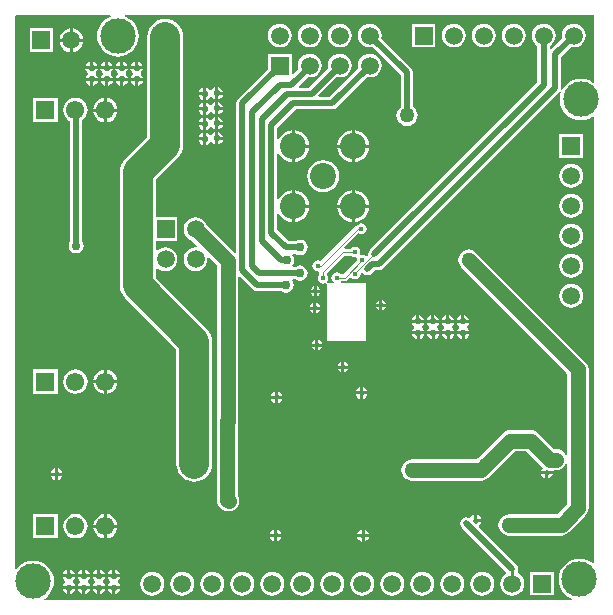
<source format=gbl>
G04*
G04 #@! TF.GenerationSoftware,Altium Limited,Altium Designer,18.0.11 (651)*
G04*
G04 Layer_Physical_Order=2*
G04 Layer_Color=16711680*
%FSLAX25Y25*%
%MOIN*%
G70*
G01*
G75*
%ADD13C,0.01000*%
%ADD51C,0.03000*%
%ADD56C,0.02000*%
%ADD57C,0.10000*%
%ADD58C,0.00300*%
%ADD59C,0.05000*%
%ADD60R,0.05906X0.05906*%
%ADD61C,0.05906*%
%ADD62C,0.08661*%
%ADD63R,0.05906X0.05906*%
%ADD64C,0.06102*%
%ADD65R,0.06102X0.06102*%
%ADD66C,0.11811*%
%ADD67C,0.05000*%
%ADD68C,0.02000*%
%ADD69C,0.01500*%
%ADD70C,0.02200*%
%ADD71C,0.07000*%
G36*
X196340Y-2600D02*
Y-24902D01*
X195888Y-25116D01*
X195735Y-24991D01*
X194535Y-24349D01*
X193234Y-23954D01*
X191880Y-23821D01*
X190526Y-23954D01*
X189225Y-24349D01*
X188025Y-24991D01*
X186973Y-25853D01*
X186110Y-26905D01*
X185801Y-27484D01*
X185325Y-27314D01*
X185409Y-26890D01*
Y-16451D01*
X188553Y-13307D01*
X189528Y-13436D01*
X190559Y-13300D01*
X191521Y-12901D01*
X192347Y-12268D01*
X192980Y-11442D01*
X193379Y-10481D01*
X193514Y-9449D01*
X193379Y-8417D01*
X192980Y-7455D01*
X192347Y-6630D01*
X191521Y-5996D01*
X190559Y-5598D01*
X189528Y-5462D01*
X188496Y-5598D01*
X187534Y-5996D01*
X186708Y-6630D01*
X186075Y-7455D01*
X185677Y-8417D01*
X185541Y-9449D01*
X185669Y-10424D01*
X182067Y-14026D01*
X181567Y-13830D01*
Y-12866D01*
X182347Y-12268D01*
X182980Y-11442D01*
X183379Y-10481D01*
X183514Y-9449D01*
X183379Y-8417D01*
X182980Y-7455D01*
X182347Y-6630D01*
X181521Y-5996D01*
X180559Y-5598D01*
X179528Y-5462D01*
X178496Y-5598D01*
X177534Y-5996D01*
X176708Y-6630D01*
X176075Y-7455D01*
X175677Y-8417D01*
X175541Y-9449D01*
X175677Y-10481D01*
X176075Y-11442D01*
X176708Y-12268D01*
X177488Y-12866D01*
Y-25038D01*
X121809Y-80717D01*
X121628Y-80838D01*
X121186Y-81500D01*
X121031Y-82280D01*
X121104Y-82648D01*
X120707Y-83044D01*
X120342Y-83008D01*
X119763Y-82622D01*
X119080Y-82486D01*
X118690Y-82563D01*
X118607Y-82514D01*
X118305Y-82130D01*
X118404Y-81630D01*
X118269Y-80947D01*
X117882Y-80368D01*
X117303Y-79981D01*
X116620Y-79846D01*
X115937Y-79981D01*
X115358Y-80368D01*
X115299Y-80458D01*
X113334D01*
X113143Y-79996D01*
X117833Y-75305D01*
X118077Y-75468D01*
X118760Y-75604D01*
X119443Y-75468D01*
X120022Y-75082D01*
X120408Y-74503D01*
X120544Y-73820D01*
X120408Y-73137D01*
X120022Y-72558D01*
X119443Y-72171D01*
X118760Y-72036D01*
X118077Y-72171D01*
X117498Y-72558D01*
X117405Y-72698D01*
X117211Y-72737D01*
X116831Y-72991D01*
X105129Y-84693D01*
X104843Y-84501D01*
X104160Y-84366D01*
X103477Y-84501D01*
X102898Y-84888D01*
X102512Y-85467D01*
X102376Y-86150D01*
X102512Y-86833D01*
X102898Y-87412D01*
X103477Y-87799D01*
X104160Y-87934D01*
X104392Y-87888D01*
X104817Y-88310D01*
Y-89059D01*
X104728Y-89118D01*
X104341Y-89697D01*
X104206Y-90380D01*
X104341Y-91063D01*
X104728Y-91642D01*
X105307Y-92028D01*
X105990Y-92164D01*
X106673Y-92028D01*
X106775Y-91961D01*
X107250Y-92244D01*
X107240Y-110802D01*
X107240Y-111090D01*
X107390Y-111240D01*
X107678Y-111240D01*
X120280D01*
Y-92051D01*
X120249Y-92020D01*
X112207D01*
X111972Y-91520D01*
X112135Y-91322D01*
X113200D01*
X113649Y-91233D01*
X114029Y-90979D01*
X114929Y-90080D01*
X115426Y-90129D01*
X115448Y-90162D01*
X116027Y-90548D01*
X116710Y-90684D01*
X117393Y-90548D01*
X117972Y-90162D01*
X118359Y-89583D01*
X118494Y-88900D01*
X118652Y-88762D01*
X119168Y-88672D01*
X119830Y-89114D01*
X120610Y-89269D01*
X120790D01*
X121570Y-89114D01*
X122232Y-88672D01*
X123165Y-87739D01*
X124560D01*
X125340Y-87584D01*
X126002Y-87142D01*
X184812Y-28332D01*
X184933Y-28151D01*
X185389Y-28367D01*
X185074Y-29406D01*
X184941Y-30760D01*
X185074Y-32114D01*
X185469Y-33415D01*
X186110Y-34615D01*
X186973Y-35667D01*
X188025Y-36529D01*
X189225Y-37171D01*
X190526Y-37566D01*
X191880Y-37699D01*
X193234Y-37566D01*
X194535Y-37171D01*
X195735Y-36529D01*
X195888Y-36404D01*
X196340Y-36618D01*
Y-185221D01*
X195888Y-185434D01*
X195335Y-184980D01*
X194135Y-184339D01*
X192834Y-183944D01*
X191480Y-183811D01*
X190126Y-183944D01*
X188825Y-184339D01*
X187625Y-184980D01*
X186573Y-185843D01*
X185711Y-186895D01*
X185069Y-188095D01*
X184674Y-189396D01*
X184541Y-190750D01*
X184674Y-192104D01*
X185069Y-193405D01*
X185711Y-194605D01*
X186573Y-195657D01*
X187625Y-196519D01*
X188825Y-197161D01*
X189053Y-197230D01*
X188979Y-197730D01*
X13243D01*
X13121Y-197245D01*
X13225Y-197189D01*
X14277Y-196327D01*
X15139Y-195275D01*
X15781Y-194075D01*
X16176Y-192774D01*
X16309Y-191420D01*
X16176Y-190066D01*
X15781Y-188765D01*
X15139Y-187565D01*
X14277Y-186513D01*
X13225Y-185651D01*
X12025Y-185009D01*
X10724Y-184614D01*
X9370Y-184481D01*
X8016Y-184614D01*
X6715Y-185009D01*
X5515Y-185651D01*
X4463Y-186513D01*
X3815Y-187304D01*
X3315Y-187125D01*
X3190Y-2944D01*
X3544Y-2590D01*
X35142D01*
X35216Y-3090D01*
X34955Y-3169D01*
X33755Y-3810D01*
X32703Y-4673D01*
X31841Y-5725D01*
X31199Y-6925D01*
X30804Y-8226D01*
X30671Y-9580D01*
X30804Y-10934D01*
X31199Y-12235D01*
X31841Y-13435D01*
X32703Y-14487D01*
X33755Y-15349D01*
X34955Y-15991D01*
X36256Y-16386D01*
X37610Y-16519D01*
X38964Y-16386D01*
X40265Y-15991D01*
X41465Y-15349D01*
X42517Y-14487D01*
X43380Y-13435D01*
X44021Y-12235D01*
X44416Y-10934D01*
X44549Y-9580D01*
X44416Y-8226D01*
X44021Y-6925D01*
X43380Y-5725D01*
X42517Y-4673D01*
X41465Y-3810D01*
X40265Y-3169D01*
X40004Y-3090D01*
X40078Y-2590D01*
X196336D01*
X196340Y-2600D01*
D02*
G37*
G36*
X115358Y-82892D02*
X115937Y-83279D01*
X116620Y-83414D01*
X117010Y-83337D01*
X117093Y-83386D01*
X117395Y-83770D01*
X117296Y-84270D01*
X117317Y-84375D01*
X112714Y-88977D01*
X111921D01*
X111862Y-88888D01*
X111283Y-88502D01*
X110600Y-88366D01*
X109917Y-88502D01*
X109338Y-88888D01*
X108951Y-89467D01*
X108816Y-90150D01*
X108951Y-90833D01*
X109338Y-91412D01*
X109500Y-91520D01*
X109349Y-92020D01*
X107554D01*
X107485Y-91933D01*
X107333Y-91520D01*
X107639Y-91063D01*
X107774Y-90380D01*
X107639Y-89697D01*
X107252Y-89118D01*
X107336Y-88622D01*
X113156Y-82802D01*
X115299D01*
X115358Y-82892D01*
D02*
G37*
%LPC*%
G36*
X22626Y-7103D02*
Y-10524D01*
X26047D01*
X25977Y-9992D01*
X25579Y-9030D01*
X24945Y-8204D01*
X24119Y-7571D01*
X23158Y-7173D01*
X22626Y-7103D01*
D02*
G37*
G36*
X21626D02*
X21094Y-7173D01*
X20133Y-7571D01*
X19307Y-8204D01*
X18673Y-9030D01*
X18275Y-9992D01*
X18205Y-10524D01*
X21626D01*
Y-7103D01*
D02*
G37*
G36*
X143480Y-5496D02*
X135575D01*
Y-13402D01*
X143480D01*
Y-5496D01*
D02*
G37*
G36*
X169528Y-5462D02*
X168496Y-5598D01*
X167534Y-5996D01*
X166708Y-6630D01*
X166075Y-7455D01*
X165676Y-8417D01*
X165541Y-9449D01*
X165676Y-10481D01*
X166075Y-11442D01*
X166708Y-12268D01*
X167534Y-12901D01*
X168496Y-13300D01*
X169528Y-13436D01*
X170559Y-13300D01*
X171521Y-12901D01*
X172347Y-12268D01*
X172980Y-11442D01*
X173379Y-10481D01*
X173514Y-9449D01*
X173379Y-8417D01*
X172980Y-7455D01*
X172347Y-6630D01*
X171521Y-5996D01*
X170559Y-5598D01*
X169528Y-5462D01*
D02*
G37*
G36*
X159528D02*
X158496Y-5598D01*
X157534Y-5996D01*
X156708Y-6630D01*
X156075Y-7455D01*
X155676Y-8417D01*
X155541Y-9449D01*
X155676Y-10481D01*
X156075Y-11442D01*
X156708Y-12268D01*
X157534Y-12901D01*
X158496Y-13300D01*
X159528Y-13436D01*
X160559Y-13300D01*
X161521Y-12901D01*
X162347Y-12268D01*
X162980Y-11442D01*
X163379Y-10481D01*
X163514Y-9449D01*
X163379Y-8417D01*
X162980Y-7455D01*
X162347Y-6630D01*
X161521Y-5996D01*
X160559Y-5598D01*
X159528Y-5462D01*
D02*
G37*
G36*
X149528D02*
X148496Y-5598D01*
X147534Y-5996D01*
X146708Y-6630D01*
X146075Y-7455D01*
X145677Y-8417D01*
X145541Y-9449D01*
X145677Y-10481D01*
X146075Y-11442D01*
X146708Y-12268D01*
X147534Y-12901D01*
X148496Y-13300D01*
X149528Y-13436D01*
X150559Y-13300D01*
X151521Y-12901D01*
X152347Y-12268D01*
X152980Y-11442D01*
X153379Y-10481D01*
X153514Y-9449D01*
X153379Y-8417D01*
X152980Y-7455D01*
X152347Y-6630D01*
X151521Y-5996D01*
X150559Y-5598D01*
X149528Y-5462D01*
D02*
G37*
G36*
X111575D02*
X110543Y-5598D01*
X109581Y-5996D01*
X108756Y-6630D01*
X108122Y-7455D01*
X107724Y-8417D01*
X107588Y-9449D01*
X107724Y-10481D01*
X108122Y-11442D01*
X108756Y-12268D01*
X109581Y-12901D01*
X110543Y-13300D01*
X111575Y-13436D01*
X112607Y-13300D01*
X113568Y-12901D01*
X114394Y-12268D01*
X115027Y-11442D01*
X115426Y-10481D01*
X115562Y-9449D01*
X115426Y-8417D01*
X115027Y-7455D01*
X114394Y-6630D01*
X113568Y-5996D01*
X112607Y-5598D01*
X111575Y-5462D01*
D02*
G37*
G36*
X101575D02*
X100543Y-5598D01*
X99581Y-5996D01*
X98756Y-6630D01*
X98122Y-7455D01*
X97724Y-8417D01*
X97588Y-9449D01*
X97724Y-10481D01*
X98122Y-11442D01*
X98756Y-12268D01*
X99581Y-12901D01*
X100543Y-13300D01*
X101575Y-13436D01*
X102607Y-13300D01*
X103568Y-12901D01*
X104394Y-12268D01*
X105027Y-11442D01*
X105426Y-10481D01*
X105562Y-9449D01*
X105426Y-8417D01*
X105027Y-7455D01*
X104394Y-6630D01*
X103568Y-5996D01*
X102607Y-5598D01*
X101575Y-5462D01*
D02*
G37*
G36*
X91575D02*
X90543Y-5598D01*
X89581Y-5996D01*
X88756Y-6630D01*
X88122Y-7455D01*
X87724Y-8417D01*
X87588Y-9449D01*
X87724Y-10481D01*
X88122Y-11442D01*
X88756Y-12268D01*
X89581Y-12901D01*
X90543Y-13300D01*
X91575Y-13436D01*
X92607Y-13300D01*
X93568Y-12901D01*
X94394Y-12268D01*
X95028Y-11442D01*
X95426Y-10481D01*
X95562Y-9449D01*
X95426Y-8417D01*
X95028Y-7455D01*
X94394Y-6630D01*
X93568Y-5996D01*
X92607Y-5598D01*
X91575Y-5462D01*
D02*
G37*
G36*
X26047Y-11524D02*
X22626D01*
Y-14945D01*
X23158Y-14875D01*
X24119Y-14476D01*
X24945Y-13843D01*
X25579Y-13017D01*
X25977Y-12055D01*
X26047Y-11524D01*
D02*
G37*
G36*
X21626D02*
X18205D01*
X18275Y-12055D01*
X18673Y-13017D01*
X19307Y-13843D01*
X20133Y-14476D01*
X21094Y-14875D01*
X21626Y-14945D01*
Y-11524D01*
D02*
G37*
G36*
X16079Y-7071D02*
X8173D01*
Y-14976D01*
X16079D01*
Y-7071D01*
D02*
G37*
G36*
X44340Y-18118D02*
Y-19660D01*
X45882D01*
X45818Y-19341D01*
X45354Y-18646D01*
X44659Y-18182D01*
X44340Y-18118D01*
D02*
G37*
G36*
X43340D02*
X43021Y-18182D01*
X42326Y-18646D01*
X41862Y-19341D01*
X41798Y-19660D01*
X43340D01*
Y-18118D01*
D02*
G37*
G36*
X39340D02*
Y-19660D01*
X40882D01*
X40818Y-19341D01*
X40354Y-18646D01*
X39659Y-18182D01*
X39340Y-18118D01*
D02*
G37*
G36*
X38340D02*
X38021Y-18182D01*
X37326Y-18646D01*
X36862Y-19341D01*
X36798Y-19660D01*
X38340D01*
Y-18118D01*
D02*
G37*
G36*
X34340D02*
Y-19660D01*
X35882D01*
X35818Y-19341D01*
X35354Y-18646D01*
X34659Y-18182D01*
X34340Y-18118D01*
D02*
G37*
G36*
X33340D02*
X33021Y-18182D01*
X32326Y-18646D01*
X31862Y-19341D01*
X31798Y-19660D01*
X33340D01*
Y-18118D01*
D02*
G37*
G36*
X29340D02*
Y-19660D01*
X30882D01*
X30818Y-19341D01*
X30354Y-18646D01*
X29659Y-18182D01*
X29340Y-18118D01*
D02*
G37*
G36*
X28340D02*
X28021Y-18182D01*
X27326Y-18646D01*
X26862Y-19341D01*
X26798Y-19660D01*
X28340D01*
Y-18118D01*
D02*
G37*
G36*
X121575Y-15462D02*
X120543Y-15598D01*
X119581Y-15996D01*
X118756Y-16630D01*
X118122Y-17455D01*
X117724Y-18417D01*
X117588Y-19449D01*
X117716Y-20424D01*
X108249Y-29891D01*
X104670D01*
X104479Y-29429D01*
X110600Y-23307D01*
X111575Y-23436D01*
X112607Y-23300D01*
X113568Y-22901D01*
X114394Y-22268D01*
X115027Y-21442D01*
X115426Y-20481D01*
X115562Y-19449D01*
X115426Y-18417D01*
X115027Y-17455D01*
X114394Y-16630D01*
X113568Y-15996D01*
X112607Y-15598D01*
X111575Y-15462D01*
X110543Y-15598D01*
X109581Y-15996D01*
X108756Y-16630D01*
X108122Y-17455D01*
X107724Y-18417D01*
X107588Y-19449D01*
X107716Y-20424D01*
X101339Y-26801D01*
X98116D01*
X97925Y-26339D01*
X100915Y-23349D01*
X101575Y-23436D01*
X102607Y-23300D01*
X103568Y-22901D01*
X104394Y-22268D01*
X105027Y-21442D01*
X105426Y-20481D01*
X105562Y-19449D01*
X105426Y-18417D01*
X105027Y-17455D01*
X104394Y-16630D01*
X103568Y-15996D01*
X102607Y-15598D01*
X101575Y-15462D01*
X100543Y-15598D01*
X99581Y-15996D01*
X98756Y-16630D01*
X98122Y-17455D01*
X97724Y-18417D01*
X97588Y-19449D01*
X97724Y-20481D01*
X97809Y-20687D01*
X95990Y-22507D01*
X95527Y-22315D01*
Y-15496D01*
X87622D01*
Y-20518D01*
X77608Y-30532D01*
X77166Y-31193D01*
X77011Y-31974D01*
Y-81841D01*
X76511Y-82048D01*
X67264Y-72801D01*
X66943Y-72027D01*
X66309Y-71201D01*
X65483Y-70567D01*
X64522Y-70169D01*
X63490Y-70033D01*
X62458Y-70169D01*
X61497Y-70567D01*
X60671Y-71201D01*
X60037Y-72027D01*
X59639Y-72988D01*
X59503Y-74020D01*
X59639Y-75052D01*
X60037Y-76013D01*
X60671Y-76839D01*
X61497Y-77473D01*
X62271Y-77794D01*
X64085Y-79607D01*
X63851Y-80081D01*
X63490Y-80033D01*
X62458Y-80169D01*
X61497Y-80567D01*
X60671Y-81201D01*
X60037Y-82027D01*
X59639Y-82988D01*
X59503Y-84020D01*
X59639Y-85052D01*
X60037Y-86013D01*
X60671Y-86839D01*
X61497Y-87473D01*
X62458Y-87871D01*
X63490Y-88007D01*
X64522Y-87871D01*
X65483Y-87473D01*
X66309Y-86839D01*
X66943Y-86013D01*
X67341Y-85052D01*
X67477Y-84020D01*
X67429Y-83659D01*
X67903Y-83425D01*
X70660Y-86182D01*
Y-137428D01*
X70590Y-137960D01*
Y-164140D01*
X70710Y-165054D01*
X71063Y-165905D01*
X71624Y-166636D01*
X72054Y-167066D01*
X72785Y-167627D01*
X73636Y-167980D01*
X74550Y-168100D01*
X75464Y-167980D01*
X76315Y-167627D01*
X77046Y-167066D01*
X77607Y-166335D01*
X77960Y-165484D01*
X78080Y-164570D01*
X77960Y-163656D01*
X77650Y-162909D01*
Y-138422D01*
X77720Y-137890D01*
Y-89927D01*
X78182Y-89736D01*
X82568Y-94122D01*
X83230Y-94564D01*
X84010Y-94719D01*
X84261Y-94669D01*
X92252D01*
X92725Y-94985D01*
X93700Y-95179D01*
X94675Y-94985D01*
X95502Y-94432D01*
X96055Y-93605D01*
X96249Y-92630D01*
X96055Y-91654D01*
X95651Y-91049D01*
X95917Y-90549D01*
X96747D01*
X97355Y-90955D01*
X98330Y-91149D01*
X99305Y-90955D01*
X100132Y-90402D01*
X100685Y-89575D01*
X100879Y-88600D01*
X100685Y-87625D01*
X100132Y-86798D01*
X99305Y-86245D01*
X98330Y-86051D01*
X97355Y-86245D01*
X97017Y-86471D01*
X96027D01*
X95777Y-85971D01*
X96195Y-85345D01*
X96389Y-84370D01*
X96195Y-83394D01*
X95697Y-82649D01*
X95848Y-82149D01*
X96912D01*
X97385Y-82465D01*
X98360Y-82659D01*
X99335Y-82465D01*
X100162Y-81912D01*
X100715Y-81085D01*
X100909Y-80110D01*
X100715Y-79135D01*
X100162Y-78308D01*
X99335Y-77755D01*
X98360Y-77561D01*
X97385Y-77755D01*
X96912Y-78071D01*
X94525D01*
X90819Y-74365D01*
Y-68900D01*
X91319Y-68801D01*
X91413Y-69028D01*
X92268Y-70142D01*
X93381Y-70996D01*
X94678Y-71533D01*
X95570Y-71651D01*
Y-66340D01*
Y-61029D01*
X94678Y-61146D01*
X93381Y-61683D01*
X92268Y-62538D01*
X91413Y-63651D01*
X91319Y-63879D01*
X90819Y-63779D01*
Y-48900D01*
X91319Y-48801D01*
X91413Y-49028D01*
X92268Y-50142D01*
X93381Y-50996D01*
X94678Y-51533D01*
X95570Y-51651D01*
Y-46340D01*
Y-41029D01*
X94678Y-41146D01*
X93381Y-41683D01*
X92268Y-42538D01*
X91413Y-43651D01*
X91319Y-43879D01*
X90819Y-43779D01*
Y-40115D01*
X96965Y-33969D01*
X109094D01*
X109874Y-33814D01*
X110536Y-33372D01*
X120600Y-23307D01*
X121575Y-23436D01*
X122607Y-23300D01*
X123568Y-22901D01*
X124394Y-22268D01*
X125028Y-21442D01*
X125426Y-20481D01*
X125562Y-19449D01*
X125426Y-18417D01*
X125028Y-17455D01*
X124394Y-16630D01*
X123568Y-15996D01*
X122607Y-15598D01*
X121575Y-15462D01*
D02*
G37*
G36*
X45882Y-20660D02*
X41798D01*
X41862Y-20979D01*
X42326Y-21674D01*
X42611Y-21864D01*
Y-22466D01*
X42416Y-22596D01*
X41952Y-23291D01*
X41888Y-23610D01*
X45972D01*
X45908Y-23291D01*
X45444Y-22596D01*
X45159Y-22406D01*
Y-21804D01*
X45354Y-21674D01*
X45818Y-20979D01*
X45882Y-20660D01*
D02*
G37*
G36*
X40882D02*
X36798D01*
X36862Y-20979D01*
X37326Y-21674D01*
X37611Y-21864D01*
Y-22466D01*
X37416Y-22596D01*
X36952Y-23291D01*
X36888Y-23610D01*
X40972D01*
X40908Y-23291D01*
X40444Y-22596D01*
X40159Y-22406D01*
Y-21804D01*
X40354Y-21674D01*
X40818Y-20979D01*
X40882Y-20660D01*
D02*
G37*
G36*
X35882D02*
X31798D01*
X31862Y-20979D01*
X32326Y-21674D01*
X32611Y-21864D01*
Y-22466D01*
X32416Y-22596D01*
X31952Y-23291D01*
X31888Y-23610D01*
X35972D01*
X35908Y-23291D01*
X35444Y-22596D01*
X35159Y-22406D01*
Y-21804D01*
X35354Y-21674D01*
X35818Y-20979D01*
X35882Y-20660D01*
D02*
G37*
G36*
X30882D02*
X26798D01*
X26862Y-20979D01*
X27326Y-21674D01*
X27611Y-21864D01*
Y-22466D01*
X27416Y-22596D01*
X26952Y-23291D01*
X26888Y-23610D01*
X30972D01*
X30908Y-23291D01*
X30444Y-22596D01*
X30159Y-22406D01*
Y-21804D01*
X30354Y-21674D01*
X30818Y-20979D01*
X30882Y-20660D01*
D02*
G37*
G36*
X45972Y-24610D02*
X44430D01*
Y-26152D01*
X44749Y-26088D01*
X45444Y-25624D01*
X45908Y-24929D01*
X45972Y-24610D01*
D02*
G37*
G36*
X43430D02*
X41888D01*
X41952Y-24929D01*
X42416Y-25624D01*
X43111Y-26088D01*
X43430Y-26152D01*
Y-24610D01*
D02*
G37*
G36*
X40972D02*
X39430D01*
Y-26152D01*
X39749Y-26088D01*
X40444Y-25624D01*
X40908Y-24929D01*
X40972Y-24610D01*
D02*
G37*
G36*
X38430D02*
X36888D01*
X36952Y-24929D01*
X37416Y-25624D01*
X38111Y-26088D01*
X38430Y-26152D01*
Y-24610D01*
D02*
G37*
G36*
X35972D02*
X34430D01*
Y-26152D01*
X34749Y-26088D01*
X35444Y-25624D01*
X35908Y-24929D01*
X35972Y-24610D01*
D02*
G37*
G36*
X33430D02*
X31888D01*
X31952Y-24929D01*
X32416Y-25624D01*
X33111Y-26088D01*
X33430Y-26152D01*
Y-24610D01*
D02*
G37*
G36*
X30972D02*
X29430D01*
Y-26152D01*
X29749Y-26088D01*
X30444Y-25624D01*
X30908Y-24929D01*
X30972Y-24610D01*
D02*
G37*
G36*
X28430D02*
X26888D01*
X26952Y-24929D01*
X27416Y-25624D01*
X28111Y-26088D01*
X28430Y-26152D01*
Y-24610D01*
D02*
G37*
G36*
X70090Y-26668D02*
X69771Y-26732D01*
X69076Y-27196D01*
X68886Y-27481D01*
X68284D01*
X68154Y-27286D01*
X67459Y-26822D01*
X67140Y-26758D01*
Y-28800D01*
Y-30842D01*
X67459Y-30778D01*
X68154Y-30314D01*
X68344Y-30029D01*
X68946D01*
X69076Y-30224D01*
X69771Y-30688D01*
X70090Y-30752D01*
Y-28710D01*
Y-26668D01*
D02*
G37*
G36*
X71090D02*
Y-28210D01*
X72632D01*
X72568Y-27891D01*
X72104Y-27196D01*
X71409Y-26732D01*
X71090Y-26668D01*
D02*
G37*
G36*
X66140Y-26758D02*
X65821Y-26822D01*
X65126Y-27286D01*
X64662Y-27981D01*
X64598Y-28300D01*
X66140D01*
Y-26758D01*
D02*
G37*
G36*
X72632Y-29210D02*
X71090D01*
Y-30752D01*
X71409Y-30688D01*
X72104Y-30224D01*
X72568Y-29529D01*
X72632Y-29210D01*
D02*
G37*
G36*
X66140Y-29300D02*
X64598D01*
X64662Y-29619D01*
X65126Y-30314D01*
X65821Y-30778D01*
X66140Y-30842D01*
Y-29300D01*
D02*
G37*
G36*
X70090Y-31668D02*
X69771Y-31732D01*
X69076Y-32196D01*
X68886Y-32481D01*
X68284D01*
X68154Y-32286D01*
X67459Y-31822D01*
X67140Y-31758D01*
Y-33800D01*
Y-35842D01*
X67459Y-35778D01*
X68154Y-35314D01*
X68344Y-35029D01*
X68946D01*
X69076Y-35224D01*
X69771Y-35688D01*
X70090Y-35752D01*
Y-33710D01*
Y-31668D01*
D02*
G37*
G36*
X71090D02*
Y-33210D01*
X72632D01*
X72568Y-32891D01*
X72104Y-32196D01*
X71409Y-31732D01*
X71090Y-31668D01*
D02*
G37*
G36*
X66140Y-31758D02*
X65821Y-31822D01*
X65126Y-32286D01*
X64662Y-32981D01*
X64598Y-33300D01*
X66140D01*
Y-31758D01*
D02*
G37*
G36*
X33965Y-30270D02*
Y-33790D01*
X37485D01*
X37411Y-33232D01*
X37003Y-32247D01*
X36354Y-31401D01*
X35508Y-30751D01*
X34522Y-30343D01*
X33965Y-30270D01*
D02*
G37*
G36*
X32965D02*
X32407Y-30343D01*
X31422Y-30751D01*
X30575Y-31401D01*
X29926Y-32247D01*
X29518Y-33232D01*
X29444Y-33790D01*
X32965D01*
Y-30270D01*
D02*
G37*
G36*
X72632Y-34210D02*
X71090D01*
Y-35752D01*
X71409Y-35688D01*
X72104Y-35224D01*
X72568Y-34529D01*
X72632Y-34210D01*
D02*
G37*
G36*
X66140Y-34300D02*
X64598D01*
X64662Y-34619D01*
X65126Y-35314D01*
X65821Y-35778D01*
X66140Y-35842D01*
Y-34300D01*
D02*
G37*
G36*
X70090Y-36668D02*
X69771Y-36732D01*
X69076Y-37196D01*
X68886Y-37481D01*
X68284D01*
X68154Y-37286D01*
X67459Y-36822D01*
X67140Y-36758D01*
Y-38800D01*
Y-40842D01*
X67459Y-40778D01*
X68154Y-40314D01*
X68344Y-40029D01*
X68946D01*
X69076Y-40224D01*
X69771Y-40688D01*
X70090Y-40752D01*
Y-38710D01*
Y-36668D01*
D02*
G37*
G36*
X71090D02*
Y-38210D01*
X72632D01*
X72568Y-37891D01*
X72104Y-37196D01*
X71409Y-36732D01*
X71090Y-36668D01*
D02*
G37*
G36*
X66140Y-36758D02*
X65821Y-36822D01*
X65126Y-37286D01*
X64662Y-37981D01*
X64598Y-38300D01*
X66140D01*
Y-36758D01*
D02*
G37*
G36*
X37485Y-34790D02*
X33965D01*
Y-38310D01*
X34522Y-38237D01*
X35508Y-37829D01*
X36354Y-37179D01*
X37003Y-36333D01*
X37411Y-35348D01*
X37485Y-34790D01*
D02*
G37*
G36*
X32965D02*
X29444D01*
X29518Y-35348D01*
X29926Y-36333D01*
X30575Y-37179D01*
X31422Y-37829D01*
X32407Y-38237D01*
X32965Y-38310D01*
Y-34790D01*
D02*
G37*
G36*
X17516Y-30239D02*
X9413D01*
Y-38341D01*
X17516D01*
Y-30239D01*
D02*
G37*
G36*
X121575Y-5462D02*
X120543Y-5598D01*
X119581Y-5996D01*
X118756Y-6630D01*
X118122Y-7455D01*
X117724Y-8417D01*
X117588Y-9449D01*
X117724Y-10481D01*
X118122Y-11442D01*
X118756Y-12268D01*
X119581Y-12901D01*
X120543Y-13300D01*
X121575Y-13436D01*
X122549Y-13307D01*
X131864Y-22622D01*
Y-33268D01*
X131504Y-33544D01*
X130943Y-34275D01*
X130590Y-35126D01*
X130470Y-36040D01*
X130590Y-36954D01*
X130943Y-37805D01*
X131504Y-38536D01*
X132235Y-39097D01*
X133086Y-39450D01*
X134000Y-39570D01*
X134914Y-39450D01*
X135765Y-39097D01*
X136496Y-38536D01*
X137057Y-37805D01*
X137410Y-36954D01*
X137530Y-36040D01*
X137410Y-35126D01*
X137057Y-34275D01*
X136496Y-33544D01*
X135942Y-33119D01*
Y-21777D01*
X135787Y-20997D01*
X135345Y-20335D01*
X125433Y-10424D01*
X125562Y-9449D01*
X125426Y-8417D01*
X125028Y-7455D01*
X124394Y-6630D01*
X123568Y-5996D01*
X122607Y-5598D01*
X121575Y-5462D01*
D02*
G37*
G36*
X72632Y-39210D02*
X71090D01*
Y-40752D01*
X71409Y-40688D01*
X72104Y-40224D01*
X72568Y-39529D01*
X72632Y-39210D01*
D02*
G37*
G36*
X66140Y-39300D02*
X64598D01*
X64662Y-39619D01*
X65126Y-40314D01*
X65821Y-40778D01*
X66140Y-40842D01*
Y-39300D01*
D02*
G37*
G36*
X70090Y-41668D02*
X69771Y-41732D01*
X69076Y-42196D01*
X68886Y-42481D01*
X68284D01*
X68154Y-42286D01*
X67459Y-41822D01*
X67140Y-41758D01*
Y-43800D01*
Y-45842D01*
X67459Y-45778D01*
X68154Y-45314D01*
X68344Y-45029D01*
X68946D01*
X69076Y-45224D01*
X69771Y-45688D01*
X70090Y-45752D01*
Y-43710D01*
Y-41668D01*
D02*
G37*
G36*
X71090D02*
Y-43210D01*
X72632D01*
X72568Y-42891D01*
X72104Y-42196D01*
X71409Y-41732D01*
X71090Y-41668D01*
D02*
G37*
G36*
X66140Y-41758D02*
X65821Y-41822D01*
X65126Y-42286D01*
X64662Y-42981D01*
X64598Y-43300D01*
X66140D01*
Y-41758D01*
D02*
G37*
G36*
X72632Y-44210D02*
X71090D01*
Y-45752D01*
X71409Y-45688D01*
X72104Y-45224D01*
X72568Y-44529D01*
X72632Y-44210D01*
D02*
G37*
G36*
X116570Y-41029D02*
Y-45840D01*
X121381D01*
X121263Y-44948D01*
X120726Y-43651D01*
X119872Y-42538D01*
X118758Y-41683D01*
X117461Y-41146D01*
X116570Y-41029D01*
D02*
G37*
G36*
X96570D02*
Y-45840D01*
X101381D01*
X101263Y-44948D01*
X100726Y-43651D01*
X99872Y-42538D01*
X98758Y-41683D01*
X97461Y-41146D01*
X96570Y-41029D01*
D02*
G37*
G36*
X115570D02*
X114678Y-41146D01*
X113381Y-41683D01*
X112268Y-42538D01*
X111413Y-43651D01*
X110876Y-44948D01*
X110759Y-45840D01*
X115570D01*
Y-41029D01*
D02*
G37*
G36*
X66140Y-44300D02*
X64598D01*
X64662Y-44619D01*
X65126Y-45314D01*
X65821Y-45778D01*
X66140Y-45842D01*
Y-44300D01*
D02*
G37*
G36*
X192693Y-42220D02*
X184787D01*
Y-50125D01*
X192693D01*
Y-42220D01*
D02*
G37*
G36*
X121381Y-46840D02*
X116570D01*
Y-51651D01*
X117461Y-51533D01*
X118758Y-50996D01*
X119872Y-50142D01*
X120726Y-49028D01*
X121263Y-47731D01*
X121381Y-46840D01*
D02*
G37*
G36*
X101381D02*
X96570D01*
Y-51651D01*
X97461Y-51533D01*
X98758Y-50996D01*
X99872Y-50142D01*
X100726Y-49028D01*
X101263Y-47731D01*
X101381Y-46840D01*
D02*
G37*
G36*
X115570D02*
X110759D01*
X110876Y-47731D01*
X111413Y-49028D01*
X112268Y-50142D01*
X113381Y-50996D01*
X114678Y-51533D01*
X115570Y-51651D01*
Y-46840D01*
D02*
G37*
G36*
X188740Y-52186D02*
X187708Y-52321D01*
X186747Y-52720D01*
X185921Y-53353D01*
X185287Y-54179D01*
X184889Y-55141D01*
X184753Y-56172D01*
X184889Y-57204D01*
X185287Y-58166D01*
X185921Y-58992D01*
X186747Y-59625D01*
X187708Y-60023D01*
X188740Y-60159D01*
X189772Y-60023D01*
X190734Y-59625D01*
X191559Y-58992D01*
X192193Y-58166D01*
X192591Y-57204D01*
X192727Y-56172D01*
X192591Y-55141D01*
X192193Y-54179D01*
X191559Y-53353D01*
X190734Y-52720D01*
X189772Y-52321D01*
X188740Y-52186D01*
D02*
G37*
G36*
X106070Y-50963D02*
X104678Y-51147D01*
X103382Y-51684D01*
X102268Y-52538D01*
X101414Y-53652D01*
X100876Y-54948D01*
X100693Y-56340D01*
X100876Y-57732D01*
X101414Y-59028D01*
X102268Y-60142D01*
X103382Y-60996D01*
X104678Y-61533D01*
X106070Y-61717D01*
X107462Y-61533D01*
X108758Y-60996D01*
X109872Y-60142D01*
X110726Y-59028D01*
X111264Y-57732D01*
X111447Y-56340D01*
X111264Y-54948D01*
X110726Y-53652D01*
X109872Y-52538D01*
X108758Y-51684D01*
X107462Y-51147D01*
X106070Y-50963D01*
D02*
G37*
G36*
X96570Y-61029D02*
Y-65840D01*
X101381D01*
X101263Y-64948D01*
X100726Y-63651D01*
X99872Y-62538D01*
X98758Y-61683D01*
X97461Y-61146D01*
X96570Y-61029D01*
D02*
G37*
G36*
X116570D02*
Y-65840D01*
X121381D01*
X121263Y-64948D01*
X120726Y-63651D01*
X119872Y-62538D01*
X118758Y-61683D01*
X117461Y-61146D01*
X116570Y-61029D01*
D02*
G37*
G36*
X115570D02*
X114678Y-61146D01*
X113381Y-61683D01*
X112268Y-62538D01*
X111413Y-63651D01*
X110876Y-64948D01*
X110759Y-65840D01*
X115570D01*
Y-61029D01*
D02*
G37*
G36*
X188740Y-62186D02*
X187708Y-62321D01*
X186747Y-62720D01*
X185921Y-63353D01*
X185287Y-64179D01*
X184889Y-65141D01*
X184753Y-66172D01*
X184889Y-67204D01*
X185287Y-68166D01*
X185921Y-68992D01*
X186747Y-69625D01*
X187708Y-70024D01*
X188740Y-70159D01*
X189772Y-70024D01*
X190734Y-69625D01*
X191559Y-68992D01*
X192193Y-68166D01*
X192591Y-67204D01*
X192727Y-66172D01*
X192591Y-65141D01*
X192193Y-64179D01*
X191559Y-63353D01*
X190734Y-62720D01*
X189772Y-62321D01*
X188740Y-62186D01*
D02*
G37*
G36*
X121381Y-66840D02*
X116570D01*
Y-71651D01*
X117461Y-71533D01*
X118758Y-70996D01*
X119872Y-70142D01*
X120726Y-69028D01*
X121263Y-67731D01*
X121381Y-66840D01*
D02*
G37*
G36*
X101381D02*
X96570D01*
Y-71651D01*
X97461Y-71533D01*
X98758Y-70996D01*
X99872Y-70142D01*
X100726Y-69028D01*
X101263Y-67731D01*
X101381Y-66840D01*
D02*
G37*
G36*
X115570D02*
X110759D01*
X110876Y-67731D01*
X111413Y-69028D01*
X112268Y-70142D01*
X113381Y-70996D01*
X114678Y-71533D01*
X115570Y-71651D01*
Y-66840D01*
D02*
G37*
G36*
X188740Y-72186D02*
X187708Y-72321D01*
X186747Y-72720D01*
X185921Y-73353D01*
X185287Y-74179D01*
X184889Y-75141D01*
X184753Y-76172D01*
X184889Y-77204D01*
X185287Y-78166D01*
X185921Y-78992D01*
X186747Y-79625D01*
X187708Y-80023D01*
X188740Y-80159D01*
X189772Y-80023D01*
X190734Y-79625D01*
X191559Y-78992D01*
X192193Y-78166D01*
X192591Y-77204D01*
X192727Y-76172D01*
X192591Y-75141D01*
X192193Y-74179D01*
X191559Y-73353D01*
X190734Y-72720D01*
X189772Y-72321D01*
X188740Y-72186D01*
D02*
G37*
G36*
X23465Y-30204D02*
X22407Y-30343D01*
X21421Y-30751D01*
X20575Y-31401D01*
X19926Y-32247D01*
X19518Y-33232D01*
X19378Y-34290D01*
X19518Y-35348D01*
X19926Y-36333D01*
X20575Y-37179D01*
X21421Y-37829D01*
X21701Y-37944D01*
Y-78042D01*
X21385Y-78514D01*
X21191Y-79490D01*
X21385Y-80465D01*
X21938Y-81292D01*
X22764Y-81845D01*
X23740Y-82039D01*
X24715Y-81845D01*
X25542Y-81292D01*
X26095Y-80465D01*
X26289Y-79490D01*
X26095Y-78514D01*
X25779Y-78042D01*
Y-37620D01*
X26354Y-37179D01*
X27003Y-36333D01*
X27411Y-35348D01*
X27551Y-34290D01*
X27411Y-33232D01*
X27003Y-32247D01*
X26354Y-31401D01*
X25508Y-30751D01*
X24522Y-30343D01*
X23465Y-30204D01*
D02*
G37*
G36*
X53450Y-3801D02*
X52274Y-3917D01*
X51143Y-4260D01*
X50100Y-4817D01*
X49187Y-5567D01*
X48437Y-6481D01*
X47880Y-7523D01*
X47537Y-8654D01*
X47421Y-9830D01*
Y-43343D01*
X40047Y-50717D01*
X39297Y-51630D01*
X38740Y-52673D01*
X38397Y-53804D01*
X38281Y-54980D01*
Y-92690D01*
X38397Y-93866D01*
X38740Y-94997D01*
X39297Y-96039D01*
X40047Y-96953D01*
X57081Y-113987D01*
Y-152160D01*
X57197Y-153336D01*
X57540Y-154467D01*
X58097Y-155509D01*
X58847Y-156423D01*
X59760Y-157173D01*
X60803Y-157730D01*
X61934Y-158073D01*
X63110Y-158189D01*
X64286Y-158073D01*
X65417Y-157730D01*
X66460Y-157173D01*
X67373Y-156423D01*
X68123Y-155509D01*
X68680Y-154467D01*
X69023Y-153336D01*
X69139Y-152160D01*
Y-111490D01*
X69023Y-110314D01*
X68680Y-109183D01*
X68123Y-108141D01*
X67373Y-107227D01*
X67373Y-107227D01*
X50339Y-90193D01*
Y-87188D01*
X50839Y-86968D01*
X51497Y-87473D01*
X52458Y-87871D01*
X53490Y-88007D01*
X54522Y-87871D01*
X55483Y-87473D01*
X56309Y-86839D01*
X56943Y-86013D01*
X57341Y-85052D01*
X57477Y-84020D01*
X57341Y-82988D01*
X56943Y-82027D01*
X56309Y-81201D01*
X55483Y-80567D01*
X54522Y-80169D01*
X53490Y-80033D01*
X52458Y-80169D01*
X51497Y-80567D01*
X50839Y-81072D01*
X50339Y-80852D01*
Y-77973D01*
X57443D01*
Y-70067D01*
X50339D01*
Y-57477D01*
X57713Y-50103D01*
X58463Y-49190D01*
X59020Y-48147D01*
X59363Y-47016D01*
X59479Y-45840D01*
Y-9830D01*
X59363Y-8654D01*
X59020Y-7523D01*
X58463Y-6481D01*
X57713Y-5567D01*
X56800Y-4817D01*
X55757Y-4260D01*
X54626Y-3917D01*
X53450Y-3801D01*
D02*
G37*
G36*
X188740Y-82186D02*
X187708Y-82321D01*
X186747Y-82720D01*
X185921Y-83353D01*
X185287Y-84179D01*
X184889Y-85141D01*
X184753Y-86172D01*
X184889Y-87204D01*
X185287Y-88166D01*
X185921Y-88992D01*
X186747Y-89625D01*
X187708Y-90023D01*
X188740Y-90159D01*
X189772Y-90023D01*
X190734Y-89625D01*
X191559Y-88992D01*
X192193Y-88166D01*
X192591Y-87204D01*
X192727Y-86172D01*
X192591Y-85141D01*
X192193Y-84179D01*
X191559Y-83353D01*
X190734Y-82720D01*
X189772Y-82321D01*
X188740Y-82186D01*
D02*
G37*
G36*
X103980Y-93035D02*
Y-94220D01*
X105165D01*
X105129Y-94037D01*
X104742Y-93458D01*
X104163Y-93072D01*
X103980Y-93035D01*
D02*
G37*
G36*
X102980D02*
X102797Y-93072D01*
X102218Y-93458D01*
X101831Y-94037D01*
X101795Y-94220D01*
X102980D01*
Y-93035D01*
D02*
G37*
G36*
X105165Y-95220D02*
X103980D01*
Y-96405D01*
X104163Y-96368D01*
X104742Y-95982D01*
X105129Y-95403D01*
X105165Y-95220D01*
D02*
G37*
G36*
X102980D02*
X101795D01*
X101831Y-95403D01*
X102218Y-95982D01*
X102797Y-96368D01*
X102980Y-96405D01*
Y-95220D01*
D02*
G37*
G36*
X125750Y-97725D02*
Y-98910D01*
X126935D01*
X126899Y-98727D01*
X126512Y-98148D01*
X125933Y-97761D01*
X125750Y-97725D01*
D02*
G37*
G36*
X124750D02*
X124567Y-97761D01*
X123988Y-98148D01*
X123601Y-98727D01*
X123565Y-98910D01*
X124750D01*
Y-97725D01*
D02*
G37*
G36*
X103800Y-98605D02*
Y-99790D01*
X104985D01*
X104948Y-99607D01*
X104562Y-99028D01*
X103983Y-98642D01*
X103800Y-98605D01*
D02*
G37*
G36*
X102800D02*
X102617Y-98642D01*
X102038Y-99028D01*
X101652Y-99607D01*
X101615Y-99790D01*
X102800D01*
Y-98605D01*
D02*
G37*
G36*
X188740Y-92186D02*
X187708Y-92321D01*
X186747Y-92720D01*
X185921Y-93353D01*
X185287Y-94179D01*
X184889Y-95141D01*
X184753Y-96172D01*
X184889Y-97204D01*
X185287Y-98166D01*
X185921Y-98992D01*
X186747Y-99625D01*
X187708Y-100023D01*
X188740Y-100159D01*
X189772Y-100023D01*
X190734Y-99625D01*
X191559Y-98992D01*
X192193Y-98166D01*
X192591Y-97204D01*
X192727Y-96172D01*
X192591Y-95141D01*
X192193Y-94179D01*
X191559Y-93353D01*
X190734Y-92720D01*
X189772Y-92321D01*
X188740Y-92186D01*
D02*
G37*
G36*
X126935Y-99910D02*
X125750D01*
Y-101095D01*
X125933Y-101058D01*
X126512Y-100672D01*
X126899Y-100093D01*
X126935Y-99910D01*
D02*
G37*
G36*
X124750D02*
X123565D01*
X123601Y-100093D01*
X123988Y-100672D01*
X124567Y-101058D01*
X124750Y-101095D01*
Y-99910D01*
D02*
G37*
G36*
X104985Y-100790D02*
X103800D01*
Y-101975D01*
X103983Y-101938D01*
X104562Y-101552D01*
X104948Y-100973D01*
X104985Y-100790D01*
D02*
G37*
G36*
X102800D02*
X101615D01*
X101652Y-100973D01*
X102038Y-101552D01*
X102617Y-101938D01*
X102800Y-101975D01*
Y-100790D01*
D02*
G37*
G36*
X153110Y-102618D02*
Y-104160D01*
X154652D01*
X154588Y-103841D01*
X154124Y-103146D01*
X153429Y-102682D01*
X153110Y-102618D01*
D02*
G37*
G36*
X152110D02*
X151791Y-102682D01*
X151096Y-103146D01*
X150632Y-103841D01*
X150568Y-104160D01*
X152110D01*
Y-102618D01*
D02*
G37*
G36*
X148110D02*
Y-104160D01*
X149652D01*
X149588Y-103841D01*
X149124Y-103146D01*
X148429Y-102682D01*
X148110Y-102618D01*
D02*
G37*
G36*
X147110D02*
X146791Y-102682D01*
X146096Y-103146D01*
X145632Y-103841D01*
X145568Y-104160D01*
X147110D01*
Y-102618D01*
D02*
G37*
G36*
X143110D02*
Y-104160D01*
X144652D01*
X144588Y-103841D01*
X144124Y-103146D01*
X143429Y-102682D01*
X143110Y-102618D01*
D02*
G37*
G36*
X142110D02*
X141791Y-102682D01*
X141096Y-103146D01*
X140632Y-103841D01*
X140568Y-104160D01*
X142110D01*
Y-102618D01*
D02*
G37*
G36*
X138110D02*
Y-104160D01*
X139652D01*
X139588Y-103841D01*
X139124Y-103146D01*
X138429Y-102682D01*
X138110Y-102618D01*
D02*
G37*
G36*
X137110D02*
X136791Y-102682D01*
X136096Y-103146D01*
X135632Y-103841D01*
X135568Y-104160D01*
X137110D01*
Y-102618D01*
D02*
G37*
G36*
X154652Y-105160D02*
X150568D01*
X150632Y-105479D01*
X151096Y-106174D01*
X151381Y-106364D01*
Y-106966D01*
X151186Y-107096D01*
X150722Y-107791D01*
X150658Y-108110D01*
X154742D01*
X154678Y-107791D01*
X154214Y-107096D01*
X153929Y-106906D01*
Y-106304D01*
X154124Y-106174D01*
X154588Y-105479D01*
X154652Y-105160D01*
D02*
G37*
G36*
X149652D02*
X145568D01*
X145632Y-105479D01*
X146096Y-106174D01*
X146381Y-106364D01*
Y-106966D01*
X146186Y-107096D01*
X145722Y-107791D01*
X145658Y-108110D01*
X149742D01*
X149678Y-107791D01*
X149214Y-107096D01*
X148929Y-106906D01*
Y-106304D01*
X149124Y-106174D01*
X149588Y-105479D01*
X149652Y-105160D01*
D02*
G37*
G36*
X144652D02*
X140568D01*
X140632Y-105479D01*
X141096Y-106174D01*
X141381Y-106364D01*
Y-106966D01*
X141186Y-107096D01*
X140722Y-107791D01*
X140658Y-108110D01*
X144742D01*
X144678Y-107791D01*
X144214Y-107096D01*
X143929Y-106906D01*
Y-106304D01*
X144124Y-106174D01*
X144588Y-105479D01*
X144652Y-105160D01*
D02*
G37*
G36*
X139652D02*
X135568D01*
X135632Y-105479D01*
X136096Y-106174D01*
X136381Y-106364D01*
Y-106966D01*
X136186Y-107096D01*
X135722Y-107791D01*
X135658Y-108110D01*
X139742D01*
X139678Y-107791D01*
X139214Y-107096D01*
X138929Y-106906D01*
Y-106304D01*
X139124Y-106174D01*
X139588Y-105479D01*
X139652Y-105160D01*
D02*
G37*
G36*
X154742Y-109110D02*
X153200D01*
Y-110652D01*
X153519Y-110588D01*
X154214Y-110124D01*
X154678Y-109429D01*
X154742Y-109110D01*
D02*
G37*
G36*
X152200D02*
X150658D01*
X150722Y-109429D01*
X151186Y-110124D01*
X151881Y-110588D01*
X152200Y-110652D01*
Y-109110D01*
D02*
G37*
G36*
X149742D02*
X148200D01*
Y-110652D01*
X148519Y-110588D01*
X149214Y-110124D01*
X149678Y-109429D01*
X149742Y-109110D01*
D02*
G37*
G36*
X147200D02*
X145658D01*
X145722Y-109429D01*
X146186Y-110124D01*
X146881Y-110588D01*
X147200Y-110652D01*
Y-109110D01*
D02*
G37*
G36*
X144742D02*
X143200D01*
Y-110652D01*
X143519Y-110588D01*
X144214Y-110124D01*
X144678Y-109429D01*
X144742Y-109110D01*
D02*
G37*
G36*
X142200D02*
X140658D01*
X140722Y-109429D01*
X141186Y-110124D01*
X141881Y-110588D01*
X142200Y-110652D01*
Y-109110D01*
D02*
G37*
G36*
X139742D02*
X138200D01*
Y-110652D01*
X138519Y-110588D01*
X139214Y-110124D01*
X139678Y-109429D01*
X139742Y-109110D01*
D02*
G37*
G36*
X137200D02*
X135658D01*
X135722Y-109429D01*
X136186Y-110124D01*
X136881Y-110588D01*
X137200Y-110652D01*
Y-109110D01*
D02*
G37*
G36*
X104420Y-111005D02*
Y-112190D01*
X105605D01*
X105569Y-112007D01*
X105182Y-111428D01*
X104603Y-111041D01*
X104420Y-111005D01*
D02*
G37*
G36*
X103420D02*
X103237Y-111041D01*
X102658Y-111428D01*
X102271Y-112007D01*
X102235Y-112190D01*
X103420D01*
Y-111005D01*
D02*
G37*
G36*
X105605Y-113190D02*
X104420D01*
Y-114375D01*
X104603Y-114339D01*
X105182Y-113952D01*
X105569Y-113373D01*
X105605Y-113190D01*
D02*
G37*
G36*
X103420D02*
X102235D01*
X102271Y-113373D01*
X102658Y-113952D01*
X103237Y-114339D01*
X103420Y-114375D01*
Y-113190D01*
D02*
G37*
G36*
X113130Y-118295D02*
Y-119480D01*
X114315D01*
X114278Y-119297D01*
X113892Y-118718D01*
X113313Y-118332D01*
X113130Y-118295D01*
D02*
G37*
G36*
X112130D02*
X111947Y-118332D01*
X111368Y-118718D01*
X110982Y-119297D01*
X110945Y-119480D01*
X112130D01*
Y-118295D01*
D02*
G37*
G36*
X114315Y-120480D02*
X113130D01*
Y-121665D01*
X113313Y-121628D01*
X113892Y-121242D01*
X114278Y-120663D01*
X114315Y-120480D01*
D02*
G37*
G36*
X112130D02*
X110945D01*
X110982Y-120663D01*
X111368Y-121242D01*
X111947Y-121628D01*
X112130Y-121665D01*
Y-120480D01*
D02*
G37*
G36*
X33965Y-120783D02*
Y-124303D01*
X37485D01*
X37411Y-123746D01*
X37003Y-122760D01*
X36354Y-121914D01*
X35508Y-121265D01*
X34522Y-120856D01*
X33965Y-120783D01*
D02*
G37*
G36*
X32965D02*
X32407Y-120856D01*
X31422Y-121265D01*
X30575Y-121914D01*
X29926Y-122760D01*
X29518Y-123746D01*
X29444Y-124303D01*
X32965D01*
Y-120783D01*
D02*
G37*
G36*
X119350Y-126650D02*
Y-128090D01*
X120790D01*
X120734Y-127810D01*
X120292Y-127148D01*
X119630Y-126706D01*
X119350Y-126650D01*
D02*
G37*
G36*
X118350D02*
X118070Y-126706D01*
X117408Y-127148D01*
X116966Y-127810D01*
X116910Y-128090D01*
X118350D01*
Y-126650D01*
D02*
G37*
G36*
X37485Y-125303D02*
X33965D01*
Y-128823D01*
X34522Y-128750D01*
X35508Y-128342D01*
X36354Y-127692D01*
X37003Y-126846D01*
X37411Y-125861D01*
X37485Y-125303D01*
D02*
G37*
G36*
X32965D02*
X29444D01*
X29518Y-125861D01*
X29926Y-126846D01*
X30575Y-127692D01*
X31422Y-128342D01*
X32407Y-128750D01*
X32965Y-128823D01*
Y-125303D01*
D02*
G37*
G36*
X17516Y-120752D02*
X9413D01*
Y-128854D01*
X17516D01*
Y-120752D01*
D02*
G37*
G36*
X23465Y-120717D02*
X22407Y-120856D01*
X21421Y-121265D01*
X20575Y-121914D01*
X19926Y-122760D01*
X19518Y-123746D01*
X19378Y-124803D01*
X19518Y-125861D01*
X19926Y-126846D01*
X20575Y-127692D01*
X21421Y-128342D01*
X22407Y-128750D01*
X23465Y-128889D01*
X24522Y-128750D01*
X25508Y-128342D01*
X26354Y-127692D01*
X27003Y-126846D01*
X27411Y-125861D01*
X27551Y-124803D01*
X27411Y-123746D01*
X27003Y-122760D01*
X26354Y-121914D01*
X25508Y-121265D01*
X24522Y-120856D01*
X23465Y-120717D01*
D02*
G37*
G36*
X91020Y-128100D02*
Y-129540D01*
X92460D01*
X92404Y-129260D01*
X91962Y-128598D01*
X91300Y-128156D01*
X91020Y-128100D01*
D02*
G37*
G36*
X90020D02*
X89740Y-128156D01*
X89078Y-128598D01*
X88636Y-129260D01*
X88580Y-129540D01*
X90020D01*
Y-128100D01*
D02*
G37*
G36*
X120790Y-129090D02*
X119350D01*
Y-130530D01*
X119630Y-130474D01*
X120292Y-130032D01*
X120734Y-129370D01*
X120790Y-129090D01*
D02*
G37*
G36*
X118350D02*
X116910D01*
X116966Y-129370D01*
X117408Y-130032D01*
X118070Y-130474D01*
X118350Y-130530D01*
Y-129090D01*
D02*
G37*
G36*
X92460Y-130540D02*
X91020D01*
Y-131980D01*
X91300Y-131924D01*
X91962Y-131482D01*
X92404Y-130820D01*
X92460Y-130540D01*
D02*
G37*
G36*
X90020D02*
X88580D01*
X88636Y-130820D01*
X89078Y-131482D01*
X89740Y-131924D01*
X90020Y-131980D01*
Y-130540D01*
D02*
G37*
G36*
X154610Y-80750D02*
X153696Y-80870D01*
X152845Y-81223D01*
X152114Y-81784D01*
X151553Y-82515D01*
X151200Y-83366D01*
X151080Y-84280D01*
X151200Y-85194D01*
X151553Y-86045D01*
X152114Y-86776D01*
X187460Y-122122D01*
Y-149477D01*
X186960Y-149576D01*
X186727Y-149015D01*
X186166Y-148284D01*
X185435Y-147723D01*
X184584Y-147370D01*
X183670Y-147250D01*
X182952D01*
X177696Y-141994D01*
X176965Y-141433D01*
X176114Y-141080D01*
X175200Y-140960D01*
X168410D01*
X167496Y-141080D01*
X166645Y-141433D01*
X165914Y-141994D01*
X157784Y-150124D01*
X157148Y-150760D01*
X135600D01*
X134686Y-150880D01*
X133835Y-151233D01*
X133104Y-151794D01*
X132543Y-152525D01*
X132190Y-153376D01*
X132070Y-154290D01*
X132190Y-155204D01*
X132543Y-156055D01*
X133104Y-156786D01*
X133835Y-157347D01*
X134686Y-157700D01*
X135600Y-157820D01*
X158610D01*
X159524Y-157700D01*
X160375Y-157347D01*
X161106Y-156786D01*
X162776Y-155116D01*
X169872Y-148020D01*
X173738D01*
X178958Y-153240D01*
X179158Y-153708D01*
X178716Y-154370D01*
X178660Y-154650D01*
X182703D01*
X182982Y-154310D01*
X183670D01*
X184584Y-154190D01*
X185435Y-153837D01*
X186166Y-153276D01*
X186727Y-152545D01*
X186960Y-151984D01*
X187460Y-152083D01*
Y-165528D01*
X183918Y-169070D01*
X167990D01*
X167076Y-169190D01*
X166225Y-169543D01*
X165494Y-170104D01*
X164933Y-170835D01*
X164580Y-171686D01*
X164460Y-172600D01*
X164580Y-173514D01*
X164933Y-174365D01*
X165494Y-175096D01*
X166225Y-175657D01*
X167076Y-176010D01*
X167990Y-176130D01*
X185380D01*
X186294Y-176010D01*
X187145Y-175657D01*
X187876Y-175096D01*
X193486Y-169486D01*
X194047Y-168755D01*
X194400Y-167904D01*
X194520Y-166990D01*
X194520Y-166990D01*
Y-120660D01*
X194400Y-119746D01*
X194047Y-118895D01*
X193486Y-118164D01*
X157106Y-81784D01*
X156375Y-81223D01*
X155524Y-80870D01*
X154610Y-80750D01*
D02*
G37*
G36*
X17700Y-153720D02*
Y-155160D01*
X19140D01*
X19084Y-154880D01*
X18642Y-154218D01*
X17980Y-153776D01*
X17700Y-153720D01*
D02*
G37*
G36*
X16700D02*
X16420Y-153776D01*
X15758Y-154218D01*
X15316Y-154880D01*
X15260Y-155160D01*
X16700D01*
Y-153720D01*
D02*
G37*
G36*
X182540Y-155650D02*
X181100D01*
Y-157090D01*
X181380Y-157034D01*
X182042Y-156592D01*
X182484Y-155930D01*
X182540Y-155650D01*
D02*
G37*
G36*
X180100D02*
X178660D01*
X178716Y-155930D01*
X179158Y-156592D01*
X179820Y-157034D01*
X180100Y-157090D01*
Y-155650D01*
D02*
G37*
G36*
X19140Y-156160D02*
X17700D01*
Y-157600D01*
X17980Y-157544D01*
X18642Y-157102D01*
X19084Y-156440D01*
X19140Y-156160D01*
D02*
G37*
G36*
X16700D02*
X15260D01*
X15316Y-156440D01*
X15758Y-157102D01*
X16420Y-157544D01*
X16700Y-157600D01*
Y-156160D01*
D02*
G37*
G36*
X156340Y-169210D02*
X156060Y-169266D01*
X155398Y-169708D01*
X155175Y-170042D01*
X154520Y-170206D01*
X153740Y-170051D01*
X152960Y-170206D01*
X152298Y-170648D01*
X151856Y-171310D01*
X151701Y-172090D01*
X151856Y-172871D01*
X152298Y-173532D01*
X166982Y-188216D01*
X166875Y-188816D01*
X166236Y-189307D01*
X165602Y-190132D01*
X165204Y-191094D01*
X165068Y-192126D01*
X165204Y-193158D01*
X165602Y-194119D01*
X166236Y-194945D01*
X167062Y-195579D01*
X168023Y-195977D01*
X169055Y-196113D01*
X170087Y-195977D01*
X171049Y-195579D01*
X171874Y-194945D01*
X172508Y-194119D01*
X172906Y-193158D01*
X173042Y-192126D01*
X172906Y-191094D01*
X172508Y-190132D01*
X171874Y-189307D01*
X171049Y-188673D01*
X170913Y-188225D01*
X170939Y-188186D01*
X171094Y-187405D01*
X170939Y-186625D01*
X170497Y-185963D01*
X157949Y-173416D01*
X158013Y-172772D01*
X158282Y-172592D01*
X158724Y-171930D01*
X158780Y-171650D01*
X156840D01*
Y-171150D01*
X156340D01*
Y-169210D01*
D02*
G37*
G36*
X157340D02*
Y-170650D01*
X158780D01*
X158724Y-170370D01*
X158282Y-169708D01*
X157620Y-169266D01*
X157340Y-169210D01*
D02*
G37*
G36*
X33965Y-168980D02*
Y-172500D01*
X37485D01*
X37411Y-171942D01*
X37003Y-170957D01*
X36354Y-170111D01*
X35508Y-169461D01*
X34522Y-169053D01*
X33965Y-168980D01*
D02*
G37*
G36*
X32965D02*
X32407Y-169053D01*
X31422Y-169461D01*
X30575Y-170111D01*
X29926Y-170957D01*
X29518Y-171942D01*
X29444Y-172500D01*
X32965D01*
Y-168980D01*
D02*
G37*
G36*
X90700Y-174170D02*
Y-175610D01*
X92140D01*
X92084Y-175330D01*
X91642Y-174668D01*
X90980Y-174226D01*
X90700Y-174170D01*
D02*
G37*
G36*
X89700D02*
X89420Y-174226D01*
X88758Y-174668D01*
X88316Y-175330D01*
X88260Y-175610D01*
X89700D01*
Y-174170D01*
D02*
G37*
G36*
X119840Y-174250D02*
Y-175690D01*
X121280D01*
X121224Y-175410D01*
X120782Y-174748D01*
X120120Y-174306D01*
X119840Y-174250D01*
D02*
G37*
G36*
X118840D02*
X118560Y-174306D01*
X117898Y-174748D01*
X117456Y-175410D01*
X117400Y-175690D01*
X118840D01*
Y-174250D01*
D02*
G37*
G36*
X37485Y-173500D02*
X33965D01*
Y-177020D01*
X34522Y-176947D01*
X35508Y-176539D01*
X36354Y-175889D01*
X37003Y-175043D01*
X37411Y-174058D01*
X37485Y-173500D01*
D02*
G37*
G36*
X32965D02*
X29444D01*
X29518Y-174058D01*
X29926Y-175043D01*
X30575Y-175889D01*
X31422Y-176539D01*
X32407Y-176947D01*
X32965Y-177020D01*
Y-173500D01*
D02*
G37*
G36*
X17516Y-168949D02*
X9413D01*
Y-177051D01*
X17516D01*
Y-168949D01*
D02*
G37*
G36*
X23465Y-168914D02*
X22407Y-169053D01*
X21421Y-169461D01*
X20575Y-170111D01*
X19926Y-170957D01*
X19518Y-171942D01*
X19378Y-173000D01*
X19518Y-174058D01*
X19926Y-175043D01*
X20575Y-175889D01*
X21421Y-176539D01*
X22407Y-176947D01*
X23465Y-177086D01*
X24522Y-176947D01*
X25508Y-176539D01*
X26354Y-175889D01*
X27003Y-175043D01*
X27411Y-174058D01*
X27551Y-173000D01*
X27411Y-171942D01*
X27003Y-170957D01*
X26354Y-170111D01*
X25508Y-169461D01*
X24522Y-169053D01*
X23465Y-168914D01*
D02*
G37*
G36*
X92140Y-176610D02*
X90700D01*
Y-178050D01*
X90980Y-177994D01*
X91642Y-177552D01*
X92084Y-176890D01*
X92140Y-176610D01*
D02*
G37*
G36*
X89700D02*
X88260D01*
X88316Y-176890D01*
X88758Y-177552D01*
X89420Y-177994D01*
X89700Y-178050D01*
Y-176610D01*
D02*
G37*
G36*
X121280Y-176690D02*
X119840D01*
Y-178130D01*
X120120Y-178074D01*
X120782Y-177632D01*
X121224Y-176970D01*
X121280Y-176690D01*
D02*
G37*
G36*
X118840D02*
X117400D01*
X117456Y-176970D01*
X117898Y-177632D01*
X118560Y-178074D01*
X118840Y-178130D01*
Y-176690D01*
D02*
G37*
G36*
X36720Y-187528D02*
Y-189070D01*
X38262D01*
X38198Y-188751D01*
X37734Y-188056D01*
X37039Y-187592D01*
X36720Y-187528D01*
D02*
G37*
G36*
X35720D02*
X35401Y-187592D01*
X34706Y-188056D01*
X34242Y-188751D01*
X34178Y-189070D01*
X35720D01*
Y-187528D01*
D02*
G37*
G36*
X31720D02*
Y-189070D01*
X33262D01*
X33198Y-188751D01*
X32734Y-188056D01*
X32039Y-187592D01*
X31720Y-187528D01*
D02*
G37*
G36*
X30720D02*
X30401Y-187592D01*
X29706Y-188056D01*
X29242Y-188751D01*
X29178Y-189070D01*
X30720D01*
Y-187528D01*
D02*
G37*
G36*
X26720D02*
Y-189070D01*
X28262D01*
X28198Y-188751D01*
X27734Y-188056D01*
X27039Y-187592D01*
X26720Y-187528D01*
D02*
G37*
G36*
X25720D02*
X25401Y-187592D01*
X24706Y-188056D01*
X24242Y-188751D01*
X24178Y-189070D01*
X25720D01*
Y-187528D01*
D02*
G37*
G36*
X21720D02*
Y-189070D01*
X23262D01*
X23198Y-188751D01*
X22734Y-188056D01*
X22039Y-187592D01*
X21720Y-187528D01*
D02*
G37*
G36*
X20720D02*
X20401Y-187592D01*
X19706Y-188056D01*
X19242Y-188751D01*
X19178Y-189070D01*
X20720D01*
Y-187528D01*
D02*
G37*
G36*
X38262Y-190070D02*
X34178D01*
X34242Y-190389D01*
X34706Y-191084D01*
X34991Y-191274D01*
Y-191876D01*
X34796Y-192006D01*
X34332Y-192701D01*
X34268Y-193020D01*
X38352D01*
X38288Y-192701D01*
X37824Y-192006D01*
X37539Y-191816D01*
Y-191214D01*
X37734Y-191084D01*
X38198Y-190389D01*
X38262Y-190070D01*
D02*
G37*
G36*
X33262D02*
X29178D01*
X29242Y-190389D01*
X29706Y-191084D01*
X29991Y-191274D01*
Y-191876D01*
X29796Y-192006D01*
X29332Y-192701D01*
X29268Y-193020D01*
X33352D01*
X33288Y-192701D01*
X32824Y-192006D01*
X32539Y-191816D01*
Y-191214D01*
X32734Y-191084D01*
X33198Y-190389D01*
X33262Y-190070D01*
D02*
G37*
G36*
X28262D02*
X24178D01*
X24242Y-190389D01*
X24706Y-191084D01*
X24991Y-191274D01*
Y-191876D01*
X24796Y-192006D01*
X24332Y-192701D01*
X24268Y-193020D01*
X28352D01*
X28288Y-192701D01*
X27824Y-192006D01*
X27539Y-191816D01*
Y-191214D01*
X27734Y-191084D01*
X28198Y-190389D01*
X28262Y-190070D01*
D02*
G37*
G36*
X23262D02*
X19178D01*
X19242Y-190389D01*
X19706Y-191084D01*
X19991Y-191274D01*
Y-191876D01*
X19796Y-192006D01*
X19332Y-192701D01*
X19268Y-193020D01*
X23352D01*
X23288Y-192701D01*
X22824Y-192006D01*
X22539Y-191816D01*
Y-191214D01*
X22734Y-191084D01*
X23198Y-190389D01*
X23262Y-190070D01*
D02*
G37*
G36*
X38352Y-194020D02*
X36810D01*
Y-195562D01*
X37129Y-195498D01*
X37824Y-195034D01*
X38288Y-194339D01*
X38352Y-194020D01*
D02*
G37*
G36*
X35810D02*
X34268D01*
X34332Y-194339D01*
X34796Y-195034D01*
X35491Y-195498D01*
X35810Y-195562D01*
Y-194020D01*
D02*
G37*
G36*
X33352D02*
X31810D01*
Y-195562D01*
X32129Y-195498D01*
X32824Y-195034D01*
X33288Y-194339D01*
X33352Y-194020D01*
D02*
G37*
G36*
X30810D02*
X29268D01*
X29332Y-194339D01*
X29796Y-195034D01*
X30491Y-195498D01*
X30810Y-195562D01*
Y-194020D01*
D02*
G37*
G36*
X28352D02*
X26810D01*
Y-195562D01*
X27129Y-195498D01*
X27824Y-195034D01*
X28288Y-194339D01*
X28352Y-194020D01*
D02*
G37*
G36*
X25810D02*
X24268D01*
X24332Y-194339D01*
X24796Y-195034D01*
X25491Y-195498D01*
X25810Y-195562D01*
Y-194020D01*
D02*
G37*
G36*
X23352D02*
X21810D01*
Y-195562D01*
X22129Y-195498D01*
X22824Y-195034D01*
X23288Y-194339D01*
X23352Y-194020D01*
D02*
G37*
G36*
X20810D02*
X19268D01*
X19332Y-194339D01*
X19796Y-195034D01*
X20491Y-195498D01*
X20810Y-195562D01*
Y-194020D01*
D02*
G37*
G36*
X183008Y-188173D02*
X175102D01*
Y-196079D01*
X183008D01*
Y-188173D01*
D02*
G37*
G36*
X159055Y-188139D02*
X158023Y-188275D01*
X157062Y-188673D01*
X156236Y-189307D01*
X155602Y-190132D01*
X155204Y-191094D01*
X155068Y-192126D01*
X155204Y-193158D01*
X155602Y-194119D01*
X156236Y-194945D01*
X157062Y-195579D01*
X158023Y-195977D01*
X159055Y-196113D01*
X160087Y-195977D01*
X161049Y-195579D01*
X161874Y-194945D01*
X162508Y-194119D01*
X162906Y-193158D01*
X163042Y-192126D01*
X162906Y-191094D01*
X162508Y-190132D01*
X161874Y-189307D01*
X161049Y-188673D01*
X160087Y-188275D01*
X159055Y-188139D01*
D02*
G37*
G36*
X149055D02*
X148023Y-188275D01*
X147062Y-188673D01*
X146236Y-189307D01*
X145602Y-190132D01*
X145204Y-191094D01*
X145068Y-192126D01*
X145204Y-193158D01*
X145602Y-194119D01*
X146236Y-194945D01*
X147062Y-195579D01*
X148023Y-195977D01*
X149055Y-196113D01*
X150087Y-195977D01*
X151049Y-195579D01*
X151874Y-194945D01*
X152508Y-194119D01*
X152906Y-193158D01*
X153042Y-192126D01*
X152906Y-191094D01*
X152508Y-190132D01*
X151874Y-189307D01*
X151049Y-188673D01*
X150087Y-188275D01*
X149055Y-188139D01*
D02*
G37*
G36*
X139055D02*
X138023Y-188275D01*
X137062Y-188673D01*
X136236Y-189307D01*
X135602Y-190132D01*
X135204Y-191094D01*
X135068Y-192126D01*
X135204Y-193158D01*
X135602Y-194119D01*
X136236Y-194945D01*
X137062Y-195579D01*
X138023Y-195977D01*
X139055Y-196113D01*
X140087Y-195977D01*
X141049Y-195579D01*
X141874Y-194945D01*
X142508Y-194119D01*
X142906Y-193158D01*
X143042Y-192126D01*
X142906Y-191094D01*
X142508Y-190132D01*
X141874Y-189307D01*
X141049Y-188673D01*
X140087Y-188275D01*
X139055Y-188139D01*
D02*
G37*
G36*
X129055D02*
X128023Y-188275D01*
X127062Y-188673D01*
X126236Y-189307D01*
X125602Y-190132D01*
X125204Y-191094D01*
X125068Y-192126D01*
X125204Y-193158D01*
X125602Y-194119D01*
X126236Y-194945D01*
X127062Y-195579D01*
X128023Y-195977D01*
X129055Y-196113D01*
X130087Y-195977D01*
X131049Y-195579D01*
X131874Y-194945D01*
X132508Y-194119D01*
X132906Y-193158D01*
X133042Y-192126D01*
X132906Y-191094D01*
X132508Y-190132D01*
X131874Y-189307D01*
X131049Y-188673D01*
X130087Y-188275D01*
X129055Y-188139D01*
D02*
G37*
G36*
X119055D02*
X118023Y-188275D01*
X117062Y-188673D01*
X116236Y-189307D01*
X115602Y-190132D01*
X115204Y-191094D01*
X115068Y-192126D01*
X115204Y-193158D01*
X115602Y-194119D01*
X116236Y-194945D01*
X117062Y-195579D01*
X118023Y-195977D01*
X119055Y-196113D01*
X120087Y-195977D01*
X121049Y-195579D01*
X121874Y-194945D01*
X122508Y-194119D01*
X122906Y-193158D01*
X123042Y-192126D01*
X122906Y-191094D01*
X122508Y-190132D01*
X121874Y-189307D01*
X121049Y-188673D01*
X120087Y-188275D01*
X119055Y-188139D01*
D02*
G37*
G36*
X109055D02*
X108023Y-188275D01*
X107062Y-188673D01*
X106236Y-189307D01*
X105602Y-190132D01*
X105204Y-191094D01*
X105068Y-192126D01*
X105204Y-193158D01*
X105602Y-194119D01*
X106236Y-194945D01*
X107062Y-195579D01*
X108023Y-195977D01*
X109055Y-196113D01*
X110087Y-195977D01*
X111049Y-195579D01*
X111874Y-194945D01*
X112508Y-194119D01*
X112906Y-193158D01*
X113042Y-192126D01*
X112906Y-191094D01*
X112508Y-190132D01*
X111874Y-189307D01*
X111049Y-188673D01*
X110087Y-188275D01*
X109055Y-188139D01*
D02*
G37*
G36*
X99055D02*
X98023Y-188275D01*
X97062Y-188673D01*
X96236Y-189307D01*
X95602Y-190132D01*
X95204Y-191094D01*
X95068Y-192126D01*
X95204Y-193158D01*
X95602Y-194119D01*
X96236Y-194945D01*
X97062Y-195579D01*
X98023Y-195977D01*
X99055Y-196113D01*
X100087Y-195977D01*
X101049Y-195579D01*
X101874Y-194945D01*
X102508Y-194119D01*
X102906Y-193158D01*
X103042Y-192126D01*
X102906Y-191094D01*
X102508Y-190132D01*
X101874Y-189307D01*
X101049Y-188673D01*
X100087Y-188275D01*
X99055Y-188139D01*
D02*
G37*
G36*
X89055D02*
X88023Y-188275D01*
X87062Y-188673D01*
X86236Y-189307D01*
X85602Y-190132D01*
X85204Y-191094D01*
X85068Y-192126D01*
X85204Y-193158D01*
X85602Y-194119D01*
X86236Y-194945D01*
X87062Y-195579D01*
X88023Y-195977D01*
X89055Y-196113D01*
X90087Y-195977D01*
X91049Y-195579D01*
X91874Y-194945D01*
X92508Y-194119D01*
X92906Y-193158D01*
X93042Y-192126D01*
X92906Y-191094D01*
X92508Y-190132D01*
X91874Y-189307D01*
X91049Y-188673D01*
X90087Y-188275D01*
X89055Y-188139D01*
D02*
G37*
G36*
X79055D02*
X78023Y-188275D01*
X77062Y-188673D01*
X76236Y-189307D01*
X75602Y-190132D01*
X75204Y-191094D01*
X75068Y-192126D01*
X75204Y-193158D01*
X75602Y-194119D01*
X76236Y-194945D01*
X77062Y-195579D01*
X78023Y-195977D01*
X79055Y-196113D01*
X80087Y-195977D01*
X81049Y-195579D01*
X81874Y-194945D01*
X82508Y-194119D01*
X82906Y-193158D01*
X83042Y-192126D01*
X82906Y-191094D01*
X82508Y-190132D01*
X81874Y-189307D01*
X81049Y-188673D01*
X80087Y-188275D01*
X79055Y-188139D01*
D02*
G37*
G36*
X69055D02*
X68023Y-188275D01*
X67062Y-188673D01*
X66236Y-189307D01*
X65602Y-190132D01*
X65204Y-191094D01*
X65068Y-192126D01*
X65204Y-193158D01*
X65602Y-194119D01*
X66236Y-194945D01*
X67062Y-195579D01*
X68023Y-195977D01*
X69055Y-196113D01*
X70087Y-195977D01*
X71049Y-195579D01*
X71874Y-194945D01*
X72508Y-194119D01*
X72906Y-193158D01*
X73042Y-192126D01*
X72906Y-191094D01*
X72508Y-190132D01*
X71874Y-189307D01*
X71049Y-188673D01*
X70087Y-188275D01*
X69055Y-188139D01*
D02*
G37*
G36*
X59055D02*
X58023Y-188275D01*
X57062Y-188673D01*
X56236Y-189307D01*
X55602Y-190132D01*
X55204Y-191094D01*
X55068Y-192126D01*
X55204Y-193158D01*
X55602Y-194119D01*
X56236Y-194945D01*
X57062Y-195579D01*
X58023Y-195977D01*
X59055Y-196113D01*
X60087Y-195977D01*
X61049Y-195579D01*
X61874Y-194945D01*
X62508Y-194119D01*
X62906Y-193158D01*
X63042Y-192126D01*
X62906Y-191094D01*
X62508Y-190132D01*
X61874Y-189307D01*
X61049Y-188673D01*
X60087Y-188275D01*
X59055Y-188139D01*
D02*
G37*
G36*
X49055D02*
X48023Y-188275D01*
X47062Y-188673D01*
X46236Y-189307D01*
X45602Y-190132D01*
X45204Y-191094D01*
X45068Y-192126D01*
X45204Y-193158D01*
X45602Y-194119D01*
X46236Y-194945D01*
X47062Y-195579D01*
X48023Y-195977D01*
X49055Y-196113D01*
X50087Y-195977D01*
X51049Y-195579D01*
X51874Y-194945D01*
X52508Y-194119D01*
X52906Y-193158D01*
X53042Y-192126D01*
X52906Y-191094D01*
X52508Y-190132D01*
X51874Y-189307D01*
X51049Y-188673D01*
X50087Y-188275D01*
X49055Y-188139D01*
D02*
G37*
%LPD*%
D13*
X169055Y-192126D02*
Y-187405D01*
D51*
X93700Y-92630D02*
D03*
X93840Y-84370D02*
D03*
X98360Y-80110D02*
D03*
X98330Y-88600D02*
D03*
X23740Y-79490D02*
D03*
D56*
X124560Y-85700D02*
X183370Y-26890D01*
Y-15606D02*
X189528Y-9449D01*
X183370Y-26890D02*
Y-15606D01*
X121575Y-9449D02*
X133903Y-21777D01*
Y-35943D02*
X134000Y-36040D01*
X133903Y-35943D02*
Y-21777D01*
X120610Y-87230D02*
X120790D01*
X122320Y-85700D01*
X23740Y-79490D02*
Y-34565D01*
X23465Y-34290D02*
X23740Y-34565D01*
X84080Y-92630D02*
X93700D01*
X84070Y-92620D02*
X84080Y-92630D01*
X84010Y-92680D02*
X84070Y-92620D01*
X79050Y-87720D02*
X84010Y-92680D01*
X92060Y-84370D02*
X93840D01*
X85630Y-77940D02*
X92060Y-84370D01*
X122320Y-85700D02*
X124560D01*
X123130Y-82280D02*
X179528Y-25882D01*
X123070Y-82280D02*
X123130D01*
X179528Y-25882D02*
Y-9449D01*
X109094Y-31930D02*
X121575Y-19449D01*
X96120Y-31930D02*
X109094D01*
X88780Y-39270D02*
X96120Y-31930D01*
X88780Y-75210D02*
Y-39270D01*
Y-75210D02*
X93680Y-80110D01*
X98360D01*
X102184Y-28840D02*
X111575Y-19449D01*
X93870Y-28840D02*
X102184D01*
X93870Y-28900D02*
Y-28840D01*
X85630Y-37140D02*
X93870Y-28900D01*
X85630Y-77940D02*
Y-37140D01*
X101575Y-19805D02*
Y-19449D01*
X95400Y-25980D02*
X101575Y-19805D01*
X91550Y-25980D02*
X95400D01*
X82420Y-35110D02*
X91550Y-25980D01*
X82420Y-86220D02*
Y-35110D01*
X84710Y-88510D02*
X98240D01*
X82420Y-86220D02*
X84710Y-88510D01*
X79050Y-31974D02*
X91575Y-19449D01*
X79050Y-87720D02*
Y-31974D01*
X98240Y-88510D02*
X98330Y-88600D01*
X153740Y-172090D02*
X169055Y-187405D01*
D57*
X53450Y-45840D02*
Y-9830D01*
X44310Y-54980D02*
X53450Y-45840D01*
X44310Y-92690D02*
Y-54980D01*
X63110Y-152160D02*
Y-111490D01*
X44310Y-92690D02*
X63110Y-111490D01*
D58*
X113200Y-90150D02*
X119080Y-84270D01*
X110600Y-90150D02*
X113200D01*
X105990Y-88310D02*
X112670Y-81630D01*
X105990Y-90380D02*
Y-88310D01*
X104160Y-86150D02*
X105330D01*
X117660Y-73820D01*
X116710Y-88700D02*
X123070Y-82340D01*
X116710Y-88900D02*
Y-88700D01*
X123070Y-82340D02*
Y-82280D01*
X117660Y-73820D02*
X118760D01*
X112670Y-81630D02*
X116620D01*
D59*
X167990Y-172600D02*
X185380D01*
X185530Y-172450D01*
X175200Y-144490D02*
X181490Y-150780D01*
X183670D01*
X168410Y-144490D02*
X175200D01*
X160280Y-152620D02*
X168410Y-144490D01*
X154610Y-84280D02*
X190990Y-120660D01*
Y-166990D02*
Y-120660D01*
X185530Y-172450D02*
X190990Y-166990D01*
X74120Y-164140D02*
X74550Y-164570D01*
X74120Y-164140D02*
Y-137960D01*
X158610Y-154290D02*
X160280Y-152620D01*
X135600Y-154290D02*
X158610D01*
X74120Y-137960D02*
X74190Y-137890D01*
Y-84720D01*
X63490Y-74020D02*
X74190Y-84720D01*
D60*
X179055Y-192126D02*
D03*
X139528Y-9449D02*
D03*
X91575Y-19449D02*
D03*
X12126Y-11024D02*
D03*
D61*
X169055Y-192126D02*
D03*
X159055D02*
D03*
X149055D02*
D03*
X139055D02*
D03*
X129055D02*
D03*
X119055D02*
D03*
X109055D02*
D03*
X99055D02*
D03*
X89055D02*
D03*
X79055D02*
D03*
X69055D02*
D03*
X59055D02*
D03*
X49055D02*
D03*
X189528Y-9449D02*
D03*
X179528D02*
D03*
X169528D02*
D03*
X159528D02*
D03*
X149528D02*
D03*
X91575D02*
D03*
X101575Y-19449D02*
D03*
Y-9449D02*
D03*
X111575Y-19449D02*
D03*
Y-9449D02*
D03*
X121575Y-19449D02*
D03*
Y-9449D02*
D03*
X63490Y-84020D02*
D03*
X53490D02*
D03*
X63490Y-74020D02*
D03*
X188740Y-56172D02*
D03*
Y-66172D02*
D03*
Y-76172D02*
D03*
Y-86172D02*
D03*
Y-96172D02*
D03*
X22126Y-11024D02*
D03*
D62*
X96070Y-46340D02*
D03*
X116070D02*
D03*
Y-66340D02*
D03*
X96070D02*
D03*
X106070Y-56340D02*
D03*
D63*
X53490Y-74020D02*
D03*
X188740Y-46172D02*
D03*
D64*
X33465Y-124803D02*
D03*
X23465D02*
D03*
X33465Y-173000D02*
D03*
X23465D02*
D03*
X33465Y-34290D02*
D03*
X23465D02*
D03*
D65*
X13465Y-124803D02*
D03*
Y-173000D02*
D03*
Y-34290D02*
D03*
D66*
X9370Y-191420D02*
D03*
X191480Y-190750D02*
D03*
X191880Y-30760D02*
D03*
X37610Y-9580D02*
D03*
D67*
X134000Y-36040D02*
D03*
X167990Y-172600D02*
D03*
X183670Y-150780D02*
D03*
X154610Y-84280D02*
D03*
X185530Y-172450D02*
D03*
X74550Y-164570D02*
D03*
X135600Y-154290D02*
D03*
X160280Y-152620D02*
D03*
D68*
X119340Y-176190D02*
D03*
X180600Y-155150D02*
D03*
X118850Y-128590D02*
D03*
X17200Y-155660D02*
D03*
X90520Y-130040D02*
D03*
X90200Y-176110D02*
D03*
X156840Y-171150D02*
D03*
X153740Y-172090D02*
D03*
D69*
X110600Y-90150D02*
D03*
X105990Y-90380D02*
D03*
X104160Y-86150D02*
D03*
X116710Y-88900D02*
D03*
X119080Y-84270D02*
D03*
X120610Y-87230D02*
D03*
X103480Y-94720D02*
D03*
X103920Y-112690D02*
D03*
X103300Y-100290D02*
D03*
X125250Y-99410D02*
D03*
X112630Y-119980D02*
D03*
X118760Y-73820D02*
D03*
X116620Y-81630D02*
D03*
D70*
X36220Y-189570D02*
D03*
X31220D02*
D03*
X26220D02*
D03*
X21220D02*
D03*
X21310Y-193520D02*
D03*
X26310D02*
D03*
X31310D02*
D03*
X36310D02*
D03*
X66640Y-28800D02*
D03*
Y-33800D02*
D03*
Y-38800D02*
D03*
Y-43800D02*
D03*
X70590Y-43710D02*
D03*
Y-38710D02*
D03*
Y-33710D02*
D03*
Y-28710D02*
D03*
X43840Y-20160D02*
D03*
X38840D02*
D03*
X33840D02*
D03*
X28840D02*
D03*
X28930Y-24110D02*
D03*
X33930D02*
D03*
X38930D02*
D03*
X43930D02*
D03*
X152700Y-108610D02*
D03*
X147700D02*
D03*
X142700D02*
D03*
X137700D02*
D03*
X137610Y-104660D02*
D03*
X142610D02*
D03*
X147610D02*
D03*
X152610D02*
D03*
D71*
X53450Y-9830D02*
D03*
X63110Y-152160D02*
D03*
M02*

</source>
